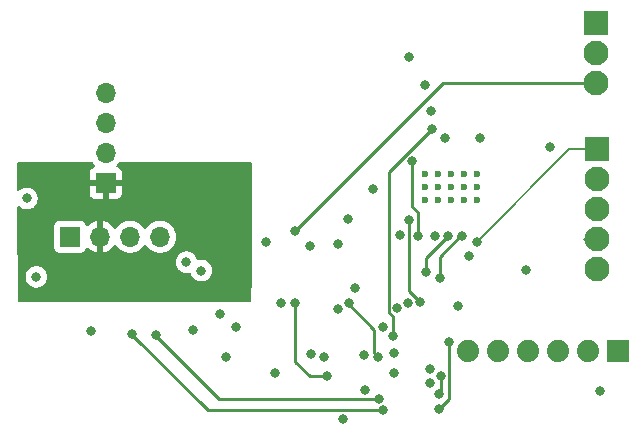
<source format=gbr>
%TF.GenerationSoftware,KiCad,Pcbnew,6.0.11-2627ca5db0~126~ubuntu22.04.1*%
%TF.CreationDate,2023-03-03T12:17:20-05:00*%
%TF.ProjectId,lin-valve-control,6c696e2d-7661-46c7-9665-2d636f6e7472,1.0*%
%TF.SameCoordinates,Original*%
%TF.FileFunction,Copper,L2,Inr*%
%TF.FilePolarity,Positive*%
%FSLAX46Y46*%
G04 Gerber Fmt 4.6, Leading zero omitted, Abs format (unit mm)*
G04 Created by KiCad (PCBNEW 6.0.11-2627ca5db0~126~ubuntu22.04.1) date 2023-03-03 12:17:20*
%MOMM*%
%LPD*%
G01*
G04 APERTURE LIST*
%TA.AperFunction,ComponentPad*%
%ADD10R,1.879600X1.879600*%
%TD*%
%TA.AperFunction,ComponentPad*%
%ADD11C,1.879600*%
%TD*%
%TA.AperFunction,ComponentPad*%
%ADD12R,1.700000X1.700000*%
%TD*%
%TA.AperFunction,ComponentPad*%
%ADD13O,1.700000X1.700000*%
%TD*%
%TA.AperFunction,ComponentPad*%
%ADD14R,2.100000X2.100000*%
%TD*%
%TA.AperFunction,ComponentPad*%
%ADD15C,2.100000*%
%TD*%
%TA.AperFunction,ComponentPad*%
%ADD16C,0.600000*%
%TD*%
%TA.AperFunction,ViaPad*%
%ADD17C,0.800000*%
%TD*%
%TA.AperFunction,Conductor*%
%ADD18C,0.250000*%
%TD*%
%TA.AperFunction,Conductor*%
%ADD19C,0.200000*%
%TD*%
G04 APERTURE END LIST*
D10*
%TO.N,GND*%
%TO.C,J1*%
X226520000Y-91800000D03*
D11*
%TO.N,unconnected-(J1-Pad2)*%
X223980000Y-91800000D03*
%TO.N,Net-(J1-Pad3)*%
X221440000Y-91800000D03*
%TO.N,Net-(J1-Pad4)*%
X218900000Y-91800000D03*
%TO.N,UPDI*%
X216360000Y-91800000D03*
%TO.N,unconnected-(J1-Pad6)*%
X213820000Y-91800000D03*
%TD*%
D12*
%TO.N,+5V*%
%TO.C,U3*%
X183180000Y-77550000D03*
D13*
%TO.N,GND*%
X183180000Y-75010000D03*
%TO.N,+12V*%
X183180000Y-72470000D03*
%TO.N,unconnected-(U3-Pad4)*%
X183180000Y-69930000D03*
%TD*%
D12*
%TO.N,GND*%
%TO.C,J2*%
X180150000Y-82100000D03*
D13*
%TO.N,+5V*%
X182690000Y-82100000D03*
%TO.N,SDA5V*%
X185230000Y-82100000D03*
%TO.N,SCL5V*%
X187770000Y-82100000D03*
%TD*%
D14*
%TO.N,+BATT*%
%TO.C,J3*%
X224700000Y-64000000D03*
D15*
%TO.N,GND*%
X224700000Y-66540000D03*
%TO.N,LIN*%
X224700000Y-69080000D03*
%TD*%
D14*
%TO.N,VALVE+*%
%TO.C,J4*%
X224800000Y-74700000D03*
D15*
%TO.N,VALVE-*%
X224800000Y-77240000D03*
%TO.N,GND*%
X224800000Y-79780000D03*
%TO.N,~{VALVE_OPEN}*%
X224800000Y-82320000D03*
%TO.N,~{VALVE_CLOSED}*%
X224800000Y-84860000D03*
%TD*%
D16*
%TO.N,GND*%
%TO.C,U6*%
X214600000Y-77900000D03*
X210200000Y-77900000D03*
X213500000Y-76800000D03*
X210200000Y-79000000D03*
X212400000Y-76800000D03*
X210200000Y-76800000D03*
X214600000Y-76800000D03*
X212400000Y-79000000D03*
X211300000Y-76800000D03*
X213500000Y-79000000D03*
X211300000Y-77900000D03*
X211300000Y-79000000D03*
X213500000Y-77900000D03*
X214600000Y-79000000D03*
X212400000Y-77900000D03*
%TD*%
D17*
%TO.N,~{VALVE_CLOSED}*%
X207849500Y-88110000D03*
%TO.N,~{VALVE_OPEN}*%
X208750000Y-87670000D03*
%TO.N,~{SLEEP}*%
X210275787Y-85120400D03*
%TO.N,Net-(R15-Pad1)*%
X207460000Y-90470000D03*
%TO.N,+3V3*%
X193340000Y-92250000D03*
%TO.N,Net-(U2-Pad5)*%
X203735286Y-87711025D03*
%TO.N,Net-(D1-Pad2)*%
X202830000Y-82680000D03*
%TO.N,GND*%
X204320000Y-86460000D03*
%TO.N,Net-(U2-Pad5)*%
X206220000Y-92300000D03*
%TO.N,~{LIN_WAKE}*%
X201945288Y-93929965D03*
%TO.N,~{LIN_SLP}*%
X201670000Y-92250000D03*
%TO.N,GND*%
X205810000Y-78060000D03*
X208850000Y-66910000D03*
X196740000Y-82530000D03*
X192830000Y-88600000D03*
%TO.N,+3V3*%
X191270000Y-84970000D03*
%TO.N,GND*%
X190010000Y-84250000D03*
%TO.N,+5V*%
X193170000Y-80980000D03*
%TO.N,GND*%
X177300000Y-85490000D03*
%TO.N,+5V*%
X181520000Y-79370000D03*
%TO.N,GND*%
X176500000Y-78850000D03*
%TO.N,UPDI*%
X210660000Y-94500500D03*
%TO.N,+3V3*%
X225010000Y-95130000D03*
%TO.N,GND*%
X207550000Y-91950000D03*
X208125000Y-81950000D03*
X200500000Y-82850000D03*
X220800000Y-74525000D03*
X213950000Y-83725000D03*
X206625000Y-89750000D03*
%TO.N,LIN*%
X199200000Y-81575000D03*
%TO.N,TXD*%
X203290000Y-97524500D03*
X200550000Y-92000000D03*
%TO.N,~{LIN_SLP}*%
X198025000Y-87750000D03*
%TO.N,~{FAULT}*%
X209750000Y-87590000D03*
%TO.N,~{LIN_WAKE}*%
X199175000Y-87725000D03*
%TO.N,Net-(C11-Pad2)*%
X211925000Y-73775000D03*
X210250000Y-69225000D03*
%TO.N,VPROPI*%
X210650320Y-93325320D03*
%TO.N,SDA*%
X211375000Y-96700000D03*
X206675000Y-96775000D03*
X185425000Y-90325000D03*
X212250000Y-91000000D03*
%TO.N,SCL*%
X206290576Y-95852382D03*
X187450000Y-90425000D03*
X211375000Y-95450000D03*
X211525500Y-93850500D03*
%TO.N,+3V3*%
X194225000Y-89700000D03*
X197475000Y-93675000D03*
X203725000Y-80575000D03*
X210750000Y-71475000D03*
X218750000Y-84900000D03*
X212975000Y-87925000D03*
X202850000Y-88175000D03*
X205100000Y-95100000D03*
X181950000Y-90050000D03*
X190550000Y-89975000D03*
%TO.N,VALVE+*%
X214575000Y-82525000D03*
%TO.N,VALVE-*%
X214850000Y-73700000D03*
%TO.N,Net-(R11-Pad2)*%
X209150000Y-75700000D03*
X209599500Y-82050000D03*
%TO.N,~{I2C_INT}*%
X207625000Y-93600000D03*
%TO.N,Net-(R15-Pad1)*%
X210775000Y-72950000D03*
%TO.N,~{FAULT}*%
X208875000Y-80675000D03*
%TO.N,PHASE*%
X205075000Y-92075000D03*
X211025000Y-82050000D03*
%TO.N,ENABLE*%
X213325000Y-82075000D03*
%TO.N,~{SLEEP}*%
X212149500Y-82050000D03*
%TO.N,ENABLE*%
X211475000Y-85575000D03*
%TD*%
D18*
%TO.N,ENABLE*%
X211475000Y-85575000D02*
X211475000Y-83805000D01*
X211475000Y-83805000D02*
X213205000Y-82075000D01*
X213205000Y-82075000D02*
X213325000Y-82075000D01*
X213149805Y-82075000D02*
X213325000Y-82075000D01*
%TO.N,~{SLEEP}*%
X210275787Y-85120400D02*
X210275787Y-83923713D01*
X210275787Y-83923713D02*
X212149500Y-82050000D01*
%TO.N,~{FAULT}*%
X208875000Y-80675000D02*
X208875000Y-86715000D01*
X208875000Y-86715000D02*
X209750000Y-87590000D01*
%TO.N,Net-(R15-Pad1)*%
X210775000Y-72950000D02*
X207125000Y-76600000D01*
X207125000Y-76600000D02*
X207125000Y-88515000D01*
X207125000Y-88515000D02*
X207460000Y-88850000D01*
X207460000Y-88850000D02*
X207460000Y-90470000D01*
%TO.N,Net-(U2-Pad5)*%
X205900000Y-89960000D02*
X203680000Y-87740000D01*
X205900000Y-91980000D02*
X205900000Y-89960000D01*
X206220000Y-92300000D02*
X205900000Y-91980000D01*
X203680000Y-87740000D02*
X203708975Y-87711025D01*
X203708975Y-87711025D02*
X203735286Y-87711025D01*
%TO.N,~{LIN_WAKE}*%
X201945288Y-93929965D02*
X200439965Y-93929965D01*
X200439965Y-93929965D02*
X199175000Y-92665000D01*
X199175000Y-92665000D02*
X199175000Y-87725000D01*
%TO.N,SCL*%
X206290576Y-95852382D02*
X202527382Y-95852382D01*
X202527382Y-95852382D02*
X202500000Y-95825000D01*
X202500000Y-95825000D02*
X192805000Y-95825000D01*
X192805000Y-95825000D02*
X187450000Y-90470000D01*
X187450000Y-90470000D02*
X187450000Y-90425000D01*
%TO.N,SDA*%
X206675000Y-96775000D02*
X206650000Y-96800000D01*
X206650000Y-96800000D02*
X191820000Y-96800000D01*
X191820000Y-96800000D02*
X185425000Y-90405000D01*
X185425000Y-90405000D02*
X185425000Y-90325000D01*
%TO.N,LIN*%
X199200000Y-81575000D02*
X211695000Y-69080000D01*
X211695000Y-69080000D02*
X224700000Y-69080000D01*
%TO.N,SDA*%
X211375000Y-96700000D02*
X212250000Y-95825000D01*
X212250000Y-95825000D02*
X212250000Y-91000000D01*
%TO.N,SCL*%
X211525500Y-95299500D02*
X211375000Y-95450000D01*
X211525500Y-93850500D02*
X211525500Y-95299500D01*
D19*
%TO.N,VALVE+*%
X222400000Y-74700000D02*
X224800000Y-74700000D01*
X214575000Y-82525000D02*
X222400000Y-74700000D01*
D18*
%TO.N,~{VALVE_OPEN}*%
X223680000Y-82320000D02*
X224800000Y-82320000D01*
%TO.N,Net-(R11-Pad2)*%
X209150000Y-79550000D02*
X209150000Y-75700000D01*
X209599500Y-82050000D02*
X209599500Y-79999500D01*
X209599500Y-79999500D02*
X209150000Y-79550000D01*
%TD*%
%TA.AperFunction,Conductor*%
%TO.N,+5V*%
G36*
X182068822Y-75810002D02*
G01*
X182095938Y-75833503D01*
X182222860Y-75980025D01*
X182226250Y-75983938D01*
X182230225Y-75987238D01*
X182230231Y-75987244D01*
X182235425Y-75991556D01*
X182275059Y-76050460D01*
X182276555Y-76121441D01*
X182239439Y-76181962D01*
X182199168Y-76206480D01*
X182091946Y-76246676D01*
X182076351Y-76255214D01*
X181974276Y-76331715D01*
X181961715Y-76344276D01*
X181885214Y-76446351D01*
X181876676Y-76461946D01*
X181831522Y-76582394D01*
X181827895Y-76597649D01*
X181822369Y-76648514D01*
X181822000Y-76655328D01*
X181822000Y-77277885D01*
X181826475Y-77293124D01*
X181827865Y-77294329D01*
X181835548Y-77296000D01*
X184519884Y-77296000D01*
X184535123Y-77291525D01*
X184536328Y-77290135D01*
X184537999Y-77282452D01*
X184537999Y-76655331D01*
X184537629Y-76648510D01*
X184532105Y-76597648D01*
X184528479Y-76582396D01*
X184483324Y-76461946D01*
X184474786Y-76446351D01*
X184398285Y-76344276D01*
X184385724Y-76331715D01*
X184283649Y-76255214D01*
X184268054Y-76246676D01*
X184157813Y-76205348D01*
X184101049Y-76162706D01*
X184076349Y-76096145D01*
X184091557Y-76026796D01*
X184113104Y-75998115D01*
X184214430Y-75897144D01*
X184214440Y-75897132D01*
X184218096Y-75893489D01*
X184254754Y-75842474D01*
X184310749Y-75798826D01*
X184357077Y-75790000D01*
X195433573Y-75790000D01*
X195501694Y-75810002D01*
X195548187Y-75863658D01*
X195559572Y-75916426D01*
X195534143Y-83430606D01*
X195527197Y-85483435D01*
X195520425Y-87484426D01*
X195500193Y-87552479D01*
X195446380Y-87598790D01*
X195394426Y-87610000D01*
X175865044Y-87610000D01*
X175796923Y-87589998D01*
X175750430Y-87536342D01*
X175739048Y-87484959D01*
X175723858Y-85490000D01*
X176386496Y-85490000D01*
X176406458Y-85679928D01*
X176465473Y-85861556D01*
X176468776Y-85867278D01*
X176468777Y-85867279D01*
X176502686Y-85926010D01*
X176560960Y-86026944D01*
X176688747Y-86168866D01*
X176843248Y-86281118D01*
X176849276Y-86283802D01*
X176849278Y-86283803D01*
X177011681Y-86356109D01*
X177017712Y-86358794D01*
X177111113Y-86378647D01*
X177198056Y-86397128D01*
X177198061Y-86397128D01*
X177204513Y-86398500D01*
X177395487Y-86398500D01*
X177401939Y-86397128D01*
X177401944Y-86397128D01*
X177488887Y-86378647D01*
X177582288Y-86358794D01*
X177588319Y-86356109D01*
X177750722Y-86283803D01*
X177750724Y-86283802D01*
X177756752Y-86281118D01*
X177911253Y-86168866D01*
X178039040Y-86026944D01*
X178097314Y-85926010D01*
X178131223Y-85867279D01*
X178131224Y-85867278D01*
X178134527Y-85861556D01*
X178193542Y-85679928D01*
X178213504Y-85490000D01*
X178193542Y-85300072D01*
X178134527Y-85118444D01*
X178039040Y-84953056D01*
X178012838Y-84923955D01*
X177915675Y-84816045D01*
X177915674Y-84816044D01*
X177911253Y-84811134D01*
X177756752Y-84698882D01*
X177750724Y-84696198D01*
X177750722Y-84696197D01*
X177588319Y-84623891D01*
X177588318Y-84623891D01*
X177582288Y-84621206D01*
X177475202Y-84598444D01*
X177401944Y-84582872D01*
X177401939Y-84582872D01*
X177395487Y-84581500D01*
X177204513Y-84581500D01*
X177198061Y-84582872D01*
X177198056Y-84582872D01*
X177124798Y-84598444D01*
X177017712Y-84621206D01*
X177011682Y-84623891D01*
X177011681Y-84623891D01*
X176849278Y-84696197D01*
X176849276Y-84696198D01*
X176843248Y-84698882D01*
X176688747Y-84811134D01*
X176684326Y-84816044D01*
X176684325Y-84816045D01*
X176587163Y-84923955D01*
X176560960Y-84953056D01*
X176465473Y-85118444D01*
X176406458Y-85300072D01*
X176386496Y-85490000D01*
X175723858Y-85490000D01*
X175714416Y-84250000D01*
X189096496Y-84250000D01*
X189116458Y-84439928D01*
X189175473Y-84621556D01*
X189270960Y-84786944D01*
X189275378Y-84791851D01*
X189275379Y-84791852D01*
X189394325Y-84923955D01*
X189398747Y-84928866D01*
X189553248Y-85041118D01*
X189559276Y-85043802D01*
X189559278Y-85043803D01*
X189721681Y-85116109D01*
X189727712Y-85118794D01*
X189821112Y-85138647D01*
X189908056Y-85157128D01*
X189908061Y-85157128D01*
X189914513Y-85158500D01*
X190105487Y-85158500D01*
X190111939Y-85157128D01*
X190111944Y-85157128D01*
X190247547Y-85128304D01*
X190318338Y-85133706D01*
X190374970Y-85176523D01*
X190393577Y-85212613D01*
X190435473Y-85341556D01*
X190530960Y-85506944D01*
X190658747Y-85648866D01*
X190813248Y-85761118D01*
X190819276Y-85763802D01*
X190819278Y-85763803D01*
X190981681Y-85836109D01*
X190987712Y-85838794D01*
X191065230Y-85855271D01*
X191168056Y-85877128D01*
X191168061Y-85877128D01*
X191174513Y-85878500D01*
X191365487Y-85878500D01*
X191371939Y-85877128D01*
X191371944Y-85877128D01*
X191474770Y-85855271D01*
X191552288Y-85838794D01*
X191558319Y-85836109D01*
X191720722Y-85763803D01*
X191720724Y-85763802D01*
X191726752Y-85761118D01*
X191881253Y-85648866D01*
X192009040Y-85506944D01*
X192104527Y-85341556D01*
X192163542Y-85159928D01*
X192183504Y-84970000D01*
X192163542Y-84780072D01*
X192104527Y-84598444D01*
X192095537Y-84582872D01*
X192016632Y-84446206D01*
X192009040Y-84433056D01*
X191881253Y-84291134D01*
X191726752Y-84178882D01*
X191720724Y-84176198D01*
X191720722Y-84176197D01*
X191558319Y-84103891D01*
X191558318Y-84103891D01*
X191552288Y-84101206D01*
X191458888Y-84081353D01*
X191371944Y-84062872D01*
X191371939Y-84062872D01*
X191365487Y-84061500D01*
X191174513Y-84061500D01*
X191168061Y-84062872D01*
X191168056Y-84062872D01*
X191032453Y-84091696D01*
X190961662Y-84086294D01*
X190905030Y-84043477D01*
X190886423Y-84007386D01*
X190846568Y-83884726D01*
X190844527Y-83878444D01*
X190749040Y-83713056D01*
X190621253Y-83571134D01*
X190466752Y-83458882D01*
X190460724Y-83456198D01*
X190460722Y-83456197D01*
X190298319Y-83383891D01*
X190298318Y-83383891D01*
X190292288Y-83381206D01*
X190198887Y-83361353D01*
X190111944Y-83342872D01*
X190111939Y-83342872D01*
X190105487Y-83341500D01*
X189914513Y-83341500D01*
X189908061Y-83342872D01*
X189908056Y-83342872D01*
X189821113Y-83361353D01*
X189727712Y-83381206D01*
X189721682Y-83383891D01*
X189721681Y-83383891D01*
X189559278Y-83456197D01*
X189559276Y-83456198D01*
X189553248Y-83458882D01*
X189398747Y-83571134D01*
X189270960Y-83713056D01*
X189175473Y-83878444D01*
X189116458Y-84060072D01*
X189096496Y-84250000D01*
X175714416Y-84250000D01*
X175704884Y-82998134D01*
X178791500Y-82998134D01*
X178798255Y-83060316D01*
X178849385Y-83196705D01*
X178936739Y-83313261D01*
X179053295Y-83400615D01*
X179189684Y-83451745D01*
X179251866Y-83458500D01*
X181048134Y-83458500D01*
X181110316Y-83451745D01*
X181246705Y-83400615D01*
X181363261Y-83313261D01*
X181450615Y-83196705D01*
X181494798Y-83078848D01*
X181537440Y-83022084D01*
X181604001Y-82997384D01*
X181673350Y-83012592D01*
X181708017Y-83040580D01*
X181733218Y-83069673D01*
X181740580Y-83076883D01*
X181904434Y-83212916D01*
X181912881Y-83218831D01*
X182096756Y-83326279D01*
X182106042Y-83330729D01*
X182305001Y-83406703D01*
X182314899Y-83409579D01*
X182418250Y-83430606D01*
X182432299Y-83429410D01*
X182436000Y-83419065D01*
X182436000Y-83418517D01*
X182944000Y-83418517D01*
X182948064Y-83432359D01*
X182961478Y-83434393D01*
X182968184Y-83433534D01*
X182978262Y-83431392D01*
X183182255Y-83370191D01*
X183191842Y-83366433D01*
X183383095Y-83272739D01*
X183391945Y-83267464D01*
X183565328Y-83143792D01*
X183573200Y-83137139D01*
X183724052Y-82986812D01*
X183730730Y-82978965D01*
X183858022Y-82801819D01*
X183859279Y-82802722D01*
X183906373Y-82759362D01*
X183976311Y-82747145D01*
X184041751Y-82774678D01*
X184069579Y-82806511D01*
X184129987Y-82905088D01*
X184276250Y-83073938D01*
X184448126Y-83216632D01*
X184641000Y-83329338D01*
X184849692Y-83409030D01*
X184854760Y-83410061D01*
X184854763Y-83410062D01*
X184949862Y-83429410D01*
X185068597Y-83453567D01*
X185073772Y-83453757D01*
X185073774Y-83453757D01*
X185286673Y-83461564D01*
X185286677Y-83461564D01*
X185291837Y-83461753D01*
X185296957Y-83461097D01*
X185296959Y-83461097D01*
X185508288Y-83434025D01*
X185508289Y-83434025D01*
X185513416Y-83433368D01*
X185518366Y-83431883D01*
X185722429Y-83370661D01*
X185722434Y-83370659D01*
X185727384Y-83369174D01*
X185927994Y-83270896D01*
X186109860Y-83141173D01*
X186268096Y-82983489D01*
X186398453Y-82802077D01*
X186399776Y-82803028D01*
X186446645Y-82759857D01*
X186516580Y-82747625D01*
X186582026Y-82775144D01*
X186609875Y-82806994D01*
X186669987Y-82905088D01*
X186816250Y-83073938D01*
X186988126Y-83216632D01*
X187181000Y-83329338D01*
X187389692Y-83409030D01*
X187394760Y-83410061D01*
X187394763Y-83410062D01*
X187489862Y-83429410D01*
X187608597Y-83453567D01*
X187613772Y-83453757D01*
X187613774Y-83453757D01*
X187826673Y-83461564D01*
X187826677Y-83461564D01*
X187831837Y-83461753D01*
X187836957Y-83461097D01*
X187836959Y-83461097D01*
X188048288Y-83434025D01*
X188048289Y-83434025D01*
X188053416Y-83433368D01*
X188058366Y-83431883D01*
X188262429Y-83370661D01*
X188262434Y-83370659D01*
X188267384Y-83369174D01*
X188467994Y-83270896D01*
X188649860Y-83141173D01*
X188808096Y-82983489D01*
X188938453Y-82802077D01*
X188951995Y-82774678D01*
X189035136Y-82606453D01*
X189035137Y-82606451D01*
X189037430Y-82601811D01*
X189102370Y-82388069D01*
X189131529Y-82166590D01*
X189133156Y-82100000D01*
X189114852Y-81877361D01*
X189060431Y-81660702D01*
X188971354Y-81455840D01*
X188850014Y-81268277D01*
X188699670Y-81103051D01*
X188695619Y-81099852D01*
X188695615Y-81099848D01*
X188528414Y-80967800D01*
X188528410Y-80967798D01*
X188524359Y-80964598D01*
X188488028Y-80944542D01*
X188472136Y-80935769D01*
X188328789Y-80856638D01*
X188323920Y-80854914D01*
X188323916Y-80854912D01*
X188123087Y-80783795D01*
X188123083Y-80783794D01*
X188118212Y-80782069D01*
X188113119Y-80781162D01*
X188113116Y-80781161D01*
X187903373Y-80743800D01*
X187903367Y-80743799D01*
X187898284Y-80742894D01*
X187824452Y-80741992D01*
X187680081Y-80740228D01*
X187680079Y-80740228D01*
X187674911Y-80740165D01*
X187454091Y-80773955D01*
X187241756Y-80843357D01*
X187043607Y-80946507D01*
X187039474Y-80949610D01*
X187039471Y-80949612D01*
X186869100Y-81077530D01*
X186864965Y-81080635D01*
X186710629Y-81242138D01*
X186603201Y-81399621D01*
X186548293Y-81444621D01*
X186477768Y-81452792D01*
X186414021Y-81421538D01*
X186393324Y-81397054D01*
X186312822Y-81272617D01*
X186312820Y-81272614D01*
X186310014Y-81268277D01*
X186159670Y-81103051D01*
X186155619Y-81099852D01*
X186155615Y-81099848D01*
X185988414Y-80967800D01*
X185988410Y-80967798D01*
X185984359Y-80964598D01*
X185948028Y-80944542D01*
X185932136Y-80935769D01*
X185788789Y-80856638D01*
X185783920Y-80854914D01*
X185783916Y-80854912D01*
X185583087Y-80783795D01*
X185583083Y-80783794D01*
X185578212Y-80782069D01*
X185573119Y-80781162D01*
X185573116Y-80781161D01*
X185363373Y-80743800D01*
X185363367Y-80743799D01*
X185358284Y-80742894D01*
X185284452Y-80741992D01*
X185140081Y-80740228D01*
X185140079Y-80740228D01*
X185134911Y-80740165D01*
X184914091Y-80773955D01*
X184701756Y-80843357D01*
X184503607Y-80946507D01*
X184499474Y-80949610D01*
X184499471Y-80949612D01*
X184329100Y-81077530D01*
X184324965Y-81080635D01*
X184170629Y-81242138D01*
X184063204Y-81399618D01*
X184062898Y-81400066D01*
X184007987Y-81445069D01*
X183937462Y-81453240D01*
X183873715Y-81421986D01*
X183853018Y-81397502D01*
X183772426Y-81272926D01*
X183766136Y-81264757D01*
X183622806Y-81107240D01*
X183615273Y-81100215D01*
X183448139Y-80968222D01*
X183439552Y-80962517D01*
X183253117Y-80859599D01*
X183243705Y-80855369D01*
X183042959Y-80784280D01*
X183032988Y-80781646D01*
X182961837Y-80768972D01*
X182948540Y-80770432D01*
X182944000Y-80784989D01*
X182944000Y-83418517D01*
X182436000Y-83418517D01*
X182436000Y-80783102D01*
X182432082Y-80769758D01*
X182417806Y-80767771D01*
X182379324Y-80773660D01*
X182369288Y-80776051D01*
X182166868Y-80842212D01*
X182157359Y-80846209D01*
X181968463Y-80944542D01*
X181959738Y-80950036D01*
X181789433Y-81077905D01*
X181781726Y-81084748D01*
X181704478Y-81165584D01*
X181642954Y-81201014D01*
X181572042Y-81197557D01*
X181514255Y-81156311D01*
X181495402Y-81122763D01*
X181453767Y-81011703D01*
X181450615Y-81003295D01*
X181363261Y-80886739D01*
X181246705Y-80799385D01*
X181110316Y-80748255D01*
X181048134Y-80741500D01*
X179251866Y-80741500D01*
X179189684Y-80748255D01*
X179053295Y-80799385D01*
X178936739Y-80886739D01*
X178849385Y-81003295D01*
X178798255Y-81139684D01*
X178791500Y-81201866D01*
X178791500Y-82998134D01*
X175704884Y-82998134D01*
X175679187Y-79623204D01*
X175698669Y-79554933D01*
X175751970Y-79508033D01*
X175822165Y-79497395D01*
X175887816Y-79527832D01*
X175888747Y-79528866D01*
X175894089Y-79532747D01*
X175894091Y-79532749D01*
X176037906Y-79637237D01*
X176043248Y-79641118D01*
X176049276Y-79643802D01*
X176049278Y-79643803D01*
X176211681Y-79716109D01*
X176217712Y-79718794D01*
X176311113Y-79738647D01*
X176398056Y-79757128D01*
X176398061Y-79757128D01*
X176404513Y-79758500D01*
X176595487Y-79758500D01*
X176601939Y-79757128D01*
X176601944Y-79757128D01*
X176688887Y-79738647D01*
X176782288Y-79718794D01*
X176788319Y-79716109D01*
X176950722Y-79643803D01*
X176950724Y-79643802D01*
X176956752Y-79641118D01*
X176981409Y-79623204D01*
X177075375Y-79554933D01*
X177111253Y-79528866D01*
X177239040Y-79386944D01*
X177334527Y-79221556D01*
X177393542Y-79039928D01*
X177408025Y-78902135D01*
X177412814Y-78856565D01*
X177413504Y-78850000D01*
X177393542Y-78660072D01*
X177334527Y-78478444D01*
X177315027Y-78444669D01*
X181822001Y-78444669D01*
X181822371Y-78451490D01*
X181827895Y-78502352D01*
X181831521Y-78517604D01*
X181876676Y-78638054D01*
X181885214Y-78653649D01*
X181961715Y-78755724D01*
X181974276Y-78768285D01*
X182076351Y-78844786D01*
X182091946Y-78853324D01*
X182212394Y-78898478D01*
X182227649Y-78902105D01*
X182278514Y-78907631D01*
X182285328Y-78908000D01*
X182907885Y-78908000D01*
X182923124Y-78903525D01*
X182924329Y-78902135D01*
X182926000Y-78894452D01*
X182926000Y-78889884D01*
X183434000Y-78889884D01*
X183438475Y-78905123D01*
X183439865Y-78906328D01*
X183447548Y-78907999D01*
X184074669Y-78907999D01*
X184081490Y-78907629D01*
X184132352Y-78902105D01*
X184147604Y-78898479D01*
X184268054Y-78853324D01*
X184283649Y-78844786D01*
X184385724Y-78768285D01*
X184398285Y-78755724D01*
X184474786Y-78653649D01*
X184483324Y-78638054D01*
X184528478Y-78517606D01*
X184532105Y-78502351D01*
X184537631Y-78451486D01*
X184538000Y-78444672D01*
X184538000Y-77822115D01*
X184533525Y-77806876D01*
X184532135Y-77805671D01*
X184524452Y-77804000D01*
X183452115Y-77804000D01*
X183436876Y-77808475D01*
X183435671Y-77809865D01*
X183434000Y-77817548D01*
X183434000Y-78889884D01*
X182926000Y-78889884D01*
X182926000Y-77822115D01*
X182921525Y-77806876D01*
X182920135Y-77805671D01*
X182912452Y-77804000D01*
X181840116Y-77804000D01*
X181824877Y-77808475D01*
X181823672Y-77809865D01*
X181822001Y-77817548D01*
X181822001Y-78444669D01*
X177315027Y-78444669D01*
X177239040Y-78313056D01*
X177111253Y-78171134D01*
X176956752Y-78058882D01*
X176950724Y-78056198D01*
X176950722Y-78056197D01*
X176788319Y-77983891D01*
X176788318Y-77983891D01*
X176782288Y-77981206D01*
X176688887Y-77961353D01*
X176601944Y-77942872D01*
X176601939Y-77942872D01*
X176595487Y-77941500D01*
X176404513Y-77941500D01*
X176398061Y-77942872D01*
X176398056Y-77942872D01*
X176311113Y-77961353D01*
X176217712Y-77981206D01*
X176211682Y-77983891D01*
X176211681Y-77983891D01*
X176049278Y-78056197D01*
X176049276Y-78056198D01*
X176043248Y-78058882D01*
X175888747Y-78171134D01*
X175884325Y-78176045D01*
X175879423Y-78180459D01*
X175877808Y-78178666D01*
X175826707Y-78210155D01*
X175755723Y-78208810D01*
X175696735Y-78169302D01*
X175668470Y-78104174D01*
X175667509Y-78089567D01*
X175666705Y-77983891D01*
X175656150Y-76597648D01*
X175650967Y-75916959D01*
X175670449Y-75848688D01*
X175723750Y-75801788D01*
X175776963Y-75790000D01*
X182000701Y-75790000D01*
X182068822Y-75810002D01*
G37*
%TD.AperFunction*%
%TD*%
M02*

</source>
